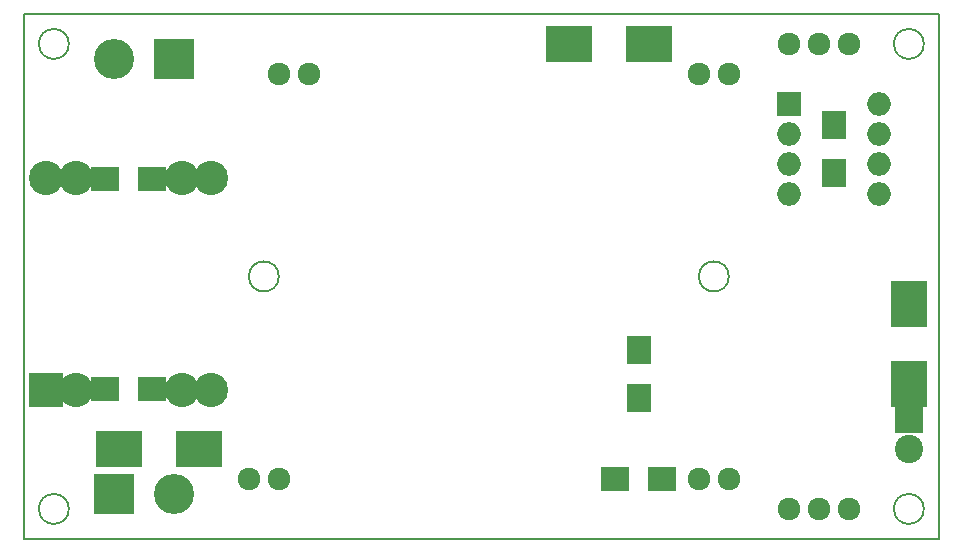
<source format=gbr>
%TF.GenerationSoftware,KiCad,Pcbnew,4.0.7*%
%TF.CreationDate,2018-04-11T16:25:57+03:00*%
%TF.ProjectId,radar_01,72616461725F30312E6B696361645F70,rev?*%
%TF.FileFunction,Soldermask,Bot*%
%FSLAX46Y46*%
G04 Gerber Fmt 4.6, Leading zero omitted, Abs format (unit mm)*
G04 Created by KiCad (PCBNEW 4.0.7) date 04/11/18 16:25:57*
%MOMM*%
%LPD*%
G01*
G04 APERTURE LIST*
%ADD10C,0.100000*%
%ADD11C,0.150000*%
%ADD12C,1.924000*%
%ADD13R,2.400000X2.000000*%
%ADD14R,2.000000X2.400000*%
%ADD15R,2.400000X2.400000*%
%ADD16C,2.400000*%
%ADD17R,2.400000X2.100000*%
%ADD18R,3.900000X3.100000*%
%ADD19R,3.100000X3.900000*%
%ADD20R,3.400000X3.400000*%
%ADD21C,3.400000*%
%ADD22R,2.900000X2.900000*%
%ADD23C,2.900000*%
%ADD24R,2.000000X2.000000*%
%ADD25O,2.000000X2.000000*%
G04 APERTURE END LIST*
D10*
D11*
X152400000Y-54610000D02*
X227330000Y-54610000D01*
X227330000Y-99060000D02*
X152400000Y-99060000D01*
X152400000Y-99060000D02*
X152400000Y-54610000D01*
X229870000Y-99060000D02*
X227330000Y-99060000D01*
X229870000Y-54610000D02*
X229870000Y-99060000D01*
X227330000Y-54610000D02*
X229870000Y-54610000D01*
X173990000Y-76835000D02*
G75*
G03X173990000Y-76835000I-1270000J0D01*
G01*
X212090000Y-76835000D02*
G75*
G03X212090000Y-76835000I-1270000J0D01*
G01*
X156210000Y-96520000D02*
G75*
G03X156210000Y-96520000I-1270000J0D01*
G01*
X156210000Y-57150000D02*
G75*
G03X156210000Y-57150000I-1270000J0D01*
G01*
X228600000Y-96520000D02*
G75*
G03X228600000Y-96520000I-1270000J0D01*
G01*
X228600000Y-57150000D02*
G75*
G03X228600000Y-57150000I-1270000J0D01*
G01*
D12*
X171450000Y-93980000D03*
X173990000Y-93980000D03*
X173990000Y-59690000D03*
X176530000Y-59690000D03*
X209550000Y-93980000D03*
X212090000Y-93980000D03*
X209550000Y-59690000D03*
X212090000Y-59690000D03*
D13*
X163290000Y-86360000D03*
X159290000Y-86360000D03*
D14*
X204470000Y-87090000D03*
X204470000Y-83090000D03*
D13*
X163290000Y-68580000D03*
X159290000Y-68580000D03*
D14*
X220980000Y-68040000D03*
X220980000Y-64040000D03*
D15*
X227330000Y-88900000D03*
D16*
X227330000Y-91440000D03*
D17*
X206470000Y-93980000D03*
X202470000Y-93980000D03*
D18*
X167230000Y-91440000D03*
X160430000Y-91440000D03*
D19*
X227330000Y-79150000D03*
X227330000Y-85950000D03*
D18*
X205330000Y-57150000D03*
X198530000Y-57150000D03*
D20*
X160020000Y-95250000D03*
D21*
X165100000Y-95250000D03*
D20*
X165100000Y-58420000D03*
D21*
X160020000Y-58420000D03*
D12*
X219710000Y-96520000D03*
X222250000Y-96520000D03*
X217170000Y-96520000D03*
X219710000Y-57150000D03*
X222250000Y-57150000D03*
X217170000Y-57150000D03*
D22*
X154290000Y-86470000D03*
D23*
X168290000Y-86470000D03*
X168290000Y-68470000D03*
X154290000Y-68470000D03*
X156790000Y-86470000D03*
X165790000Y-86470000D03*
X165790000Y-68470000D03*
X156790000Y-68470000D03*
D24*
X217170000Y-62230000D03*
D25*
X224790000Y-69850000D03*
X217170000Y-64770000D03*
X224790000Y-67310000D03*
X217170000Y-67310000D03*
X224790000Y-64770000D03*
X217170000Y-69850000D03*
X224790000Y-62230000D03*
M02*

</source>
